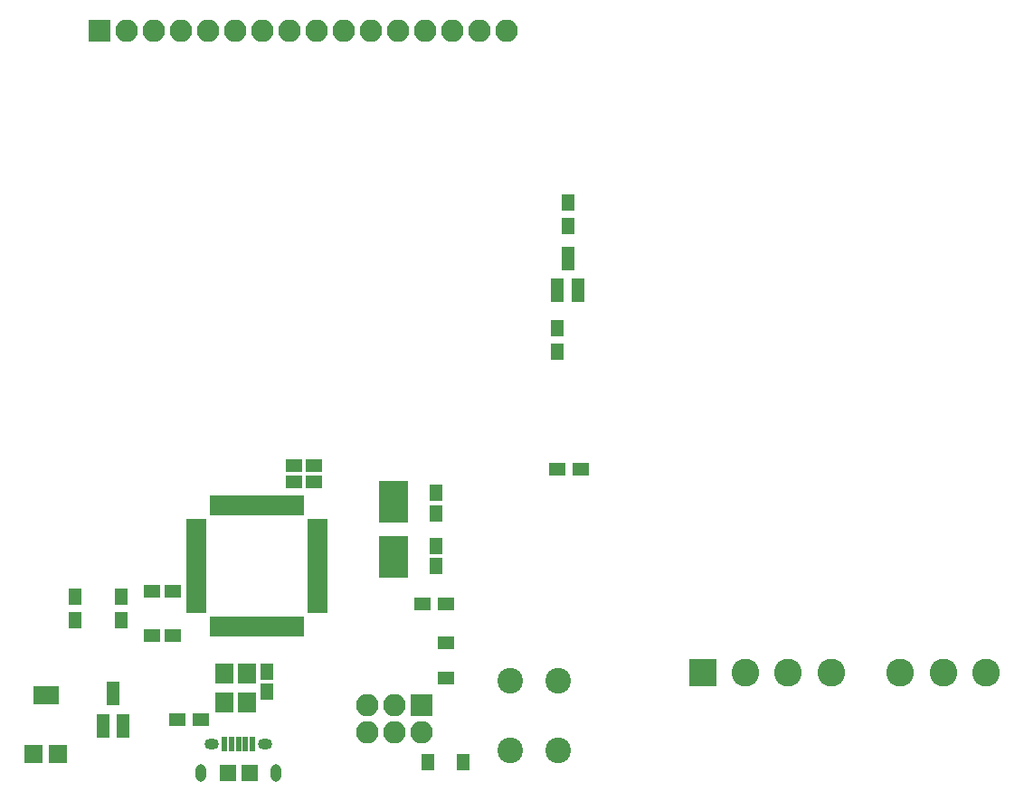
<source format=gbr>
G04 #@! TF.FileFunction,Soldermask,Top*
%FSLAX46Y46*%
G04 Gerber Fmt 4.6, Leading zero omitted, Abs format (unit mm)*
G04 Created by KiCad (PCBNEW 4.0.7-e1-6374~58~ubuntu16.04.1) date Tue Aug 15 21:07:30 2017*
%MOMM*%
%LPD*%
G01*
G04 APERTURE LIST*
%ADD10C,0.100000*%
%ADD11R,2.100000X2.100000*%
%ADD12O,2.100000X2.100000*%
%ADD13R,0.950000X1.900000*%
%ADD14R,1.900000X0.950000*%
%ADD15R,1.600000X1.150000*%
%ADD16R,1.150000X1.600000*%
%ADD17O,0.990000X1.650000*%
%ADD18R,1.600000X1.650000*%
%ADD19O,1.350000X1.050000*%
%ADD20R,0.500000X1.450000*%
%ADD21R,1.600000X1.300000*%
%ADD22R,1.700000X1.900000*%
%ADD23R,1.700000X1.700000*%
%ADD24R,2.400000X1.700000*%
%ADD25C,2.600000*%
%ADD26R,2.600000X2.600000*%
%ADD27R,1.300000X1.600000*%
%ADD28C,2.400000*%
%ADD29R,2.800000X3.900000*%
%ADD30R,1.200000X2.300000*%
G04 APERTURE END LIST*
D10*
D11*
X90000000Y-90000000D03*
D12*
X92540000Y-90000000D03*
X95080000Y-90000000D03*
X97620000Y-90000000D03*
X100160000Y-90000000D03*
X102700000Y-90000000D03*
X105240000Y-90000000D03*
X107780000Y-90000000D03*
X110320000Y-90000000D03*
X112860000Y-90000000D03*
X115400000Y-90000000D03*
X117940000Y-90000000D03*
X120480000Y-90000000D03*
X123020000Y-90000000D03*
X125560000Y-90000000D03*
X128100000Y-90000000D03*
D11*
X120200000Y-153200000D03*
D12*
X120200000Y-155740000D03*
X117660000Y-153200000D03*
X117660000Y-155740000D03*
X115120000Y-153200000D03*
X115120000Y-155740000D03*
D13*
X100750000Y-145850000D03*
X101550000Y-145850000D03*
X102350000Y-145850000D03*
X103150000Y-145850000D03*
X103950000Y-145850000D03*
X104750000Y-145850000D03*
X105550000Y-145850000D03*
X106350000Y-145850000D03*
X107150000Y-145850000D03*
X107950000Y-145850000D03*
X108750000Y-145850000D03*
D14*
X110450000Y-144150000D03*
X110450000Y-143350000D03*
X110450000Y-142550000D03*
X110450000Y-141750000D03*
X110450000Y-140950000D03*
X110450000Y-140150000D03*
X110450000Y-139350000D03*
X110450000Y-138550000D03*
X110450000Y-137750000D03*
X110450000Y-136950000D03*
X110450000Y-136150000D03*
D13*
X108750000Y-134450000D03*
X107950000Y-134450000D03*
X107150000Y-134450000D03*
X106350000Y-134450000D03*
X105550000Y-134450000D03*
X104750000Y-134450000D03*
X103950000Y-134450000D03*
X103150000Y-134450000D03*
X102350000Y-134450000D03*
X101550000Y-134450000D03*
X100750000Y-134450000D03*
D14*
X99050000Y-136150000D03*
X99050000Y-136950000D03*
X99050000Y-137750000D03*
X99050000Y-138550000D03*
X99050000Y-139350000D03*
X99050000Y-140150000D03*
X99050000Y-140950000D03*
X99050000Y-141750000D03*
X99050000Y-142550000D03*
X99050000Y-143350000D03*
X99050000Y-144150000D03*
D15*
X96850000Y-142550000D03*
X94950000Y-142550000D03*
D16*
X121500000Y-140150000D03*
X121500000Y-138250000D03*
X121500000Y-133300000D03*
X121500000Y-135200000D03*
X105700000Y-150050000D03*
X105700000Y-151950000D03*
D17*
X106550000Y-159550000D03*
D18*
X104050000Y-159550000D03*
D19*
X105550000Y-156850000D03*
D17*
X99550000Y-159550000D03*
D18*
X102050000Y-159550000D03*
D20*
X101750000Y-156850000D03*
X102400000Y-156850000D03*
X103050000Y-156850000D03*
X103700000Y-156850000D03*
X104350000Y-156850000D03*
D19*
X100550000Y-156850000D03*
D21*
X122450000Y-143700000D03*
X120250000Y-143700000D03*
D22*
X103800000Y-152900000D03*
X103800000Y-150200000D03*
X101700000Y-152900000D03*
X101700000Y-150200000D03*
D23*
X86150000Y-157750000D03*
D24*
X85000000Y-152250000D03*
D23*
X83850000Y-157750000D03*
D25*
X158500000Y-150100000D03*
X154500000Y-150100000D03*
X150500000Y-150100000D03*
X169000000Y-150100000D03*
X165000000Y-150100000D03*
D26*
X146500000Y-150100000D03*
D25*
X173000000Y-150100000D03*
D21*
X122450000Y-147350000D03*
X122450000Y-150650000D03*
D27*
X124050000Y-158550000D03*
X120750000Y-158550000D03*
D21*
X97350000Y-154550000D03*
X99550000Y-154550000D03*
D28*
X128450000Y-150900000D03*
X132950000Y-150900000D03*
X128450000Y-157400000D03*
X132950000Y-157400000D03*
D15*
X108200000Y-132300000D03*
X110100000Y-132300000D03*
X108200000Y-130750000D03*
X110100000Y-130750000D03*
X96850000Y-146650000D03*
X94950000Y-146650000D03*
D29*
X117550000Y-139300000D03*
X117550000Y-134100000D03*
D21*
X132900000Y-131050000D03*
X135100000Y-131050000D03*
D27*
X132900000Y-120050000D03*
X132900000Y-117850000D03*
X133850000Y-106150000D03*
X133850000Y-108350000D03*
X87750000Y-143050000D03*
X87750000Y-145250000D03*
X92050000Y-143050000D03*
X92050000Y-145250000D03*
D30*
X132900000Y-114350000D03*
X134800000Y-114350000D03*
X133850000Y-111350000D03*
X90350000Y-155100000D03*
X92250000Y-155100000D03*
X91300000Y-152100000D03*
M02*

</source>
